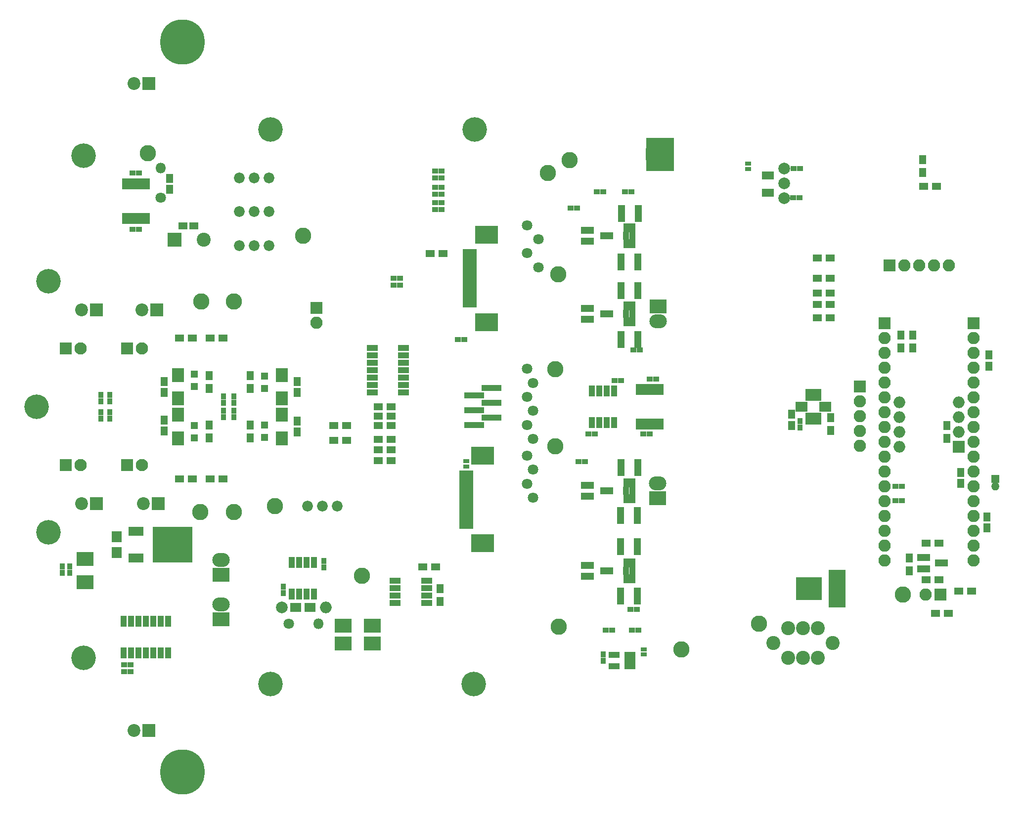
<source format=gbs>
G04 #@! TF.FileFunction,Soldermask,Bot*
%FSLAX46Y46*%
G04 Gerber Fmt 4.6, Leading zero omitted, Abs format (unit mm)*
G04 Created by KiCad (PCBNEW 4.0.7) date 06/22/19 18:16:55*
%MOMM*%
%LPD*%
G01*
G04 APERTURE LIST*
%ADD10C,0.100000*%
%ADD11C,1.840000*%
%ADD12R,3.000000X2.400000*%
%ADD13O,3.000000X2.400000*%
%ADD14R,2.400000X2.400000*%
%ADD15C,2.400000*%
%ADD16R,1.950000X1.000000*%
%ADD17R,2.100000X2.100000*%
%ADD18O,2.100000X2.100000*%
%ADD19R,2.200000X1.200000*%
%ADD20R,0.850000X1.850000*%
%ADD21R,2.900000X2.400000*%
%ADD22R,1.150000X1.600000*%
%ADD23R,2.000000X2.400000*%
%ADD24R,1.900000X1.650000*%
%ADD25C,2.000000*%
%ADD26O,2.000000X2.000000*%
%ADD27R,1.600000X1.150000*%
%ADD28C,2.100000*%
%ADD29R,2.200000X2.200000*%
%ADD30C,2.200000*%
%ADD31R,1.300000X1.200000*%
%ADD32R,2.000000X1.400000*%
%ADD33C,2.800000*%
%ADD34R,3.400000X1.050000*%
%ADD35R,2.400000X1.010000*%
%ADD36R,4.000000X3.080000*%
%ADD37R,2.900000X6.400000*%
%ADD38R,4.400000X3.900000*%
%ADD39R,2.600000X1.600000*%
%ADD40R,6.800000X6.200000*%
%ADD41R,2.300000X1.200000*%
%ADD42R,0.800000X1.650000*%
%ADD43R,1.100000X1.400000*%
%ADD44R,1.600000X1.300000*%
%ADD45R,1.300000X1.600000*%
%ADD46R,1.300000X2.900000*%
%ADD47R,1.000000X1.900000*%
%ADD48O,7.700000X7.700000*%
%ADD49R,2.000000X2.000000*%
%ADD50R,1.000000X1.950000*%
%ADD51R,0.700000X2.000000*%
%ADD52R,2.000000X0.700000*%
%ADD53R,1.000000X0.900000*%
%ADD54R,0.900000X1.000000*%
%ADD55R,2.900000X2.350000*%
%ADD56R,1.700000X1.900000*%
%ADD57R,1.400000X1.400000*%
%ADD58O,1.400000X1.400000*%
%ADD59C,1.800000*%
%ADD60O,1.800000X1.800000*%
%ADD61R,1.000000X0.800000*%
%ADD62R,1.900000X1.000000*%
%ADD63R,1.960000X1.050000*%
%ADD64R,0.650000X1.950000*%
%ADD65R,1.500000X1.230000*%
%ADD66C,4.200000*%
G04 APERTURE END LIST*
D10*
D11*
X111400000Y-117000000D03*
X113940000Y-117000000D03*
X116480000Y-117000000D03*
D12*
X171400000Y-82800000D03*
D13*
X171400000Y-85340000D03*
D14*
X88600000Y-71400000D03*
D15*
X93600000Y-71400000D03*
D16*
X131800000Y-129795000D03*
X131800000Y-131065000D03*
X131800000Y-132335000D03*
X131800000Y-133605000D03*
X126400000Y-133605000D03*
X126400000Y-132335000D03*
X126400000Y-131065000D03*
X126400000Y-129795000D03*
D17*
X210185000Y-85725000D03*
D18*
X210185000Y-88265000D03*
X210185000Y-90805000D03*
X210185000Y-93345000D03*
X210185000Y-95885000D03*
X210185000Y-98425000D03*
X210185000Y-100965000D03*
X210185000Y-103505000D03*
X210185000Y-106045000D03*
X210185000Y-108585000D03*
X210185000Y-111125000D03*
X210185000Y-113665000D03*
X210185000Y-116205000D03*
X210185000Y-118745000D03*
X210185000Y-121285000D03*
X210185000Y-123825000D03*
X210185000Y-126365000D03*
D17*
X225425000Y-85725000D03*
D18*
X225425000Y-88265000D03*
X225425000Y-90805000D03*
X225425000Y-93345000D03*
X225425000Y-95885000D03*
X225425000Y-98425000D03*
X225425000Y-100965000D03*
X225425000Y-103505000D03*
X225425000Y-106045000D03*
X225425000Y-108585000D03*
X225425000Y-111125000D03*
X225425000Y-113665000D03*
X225425000Y-116205000D03*
X225425000Y-118745000D03*
X225425000Y-121285000D03*
X225425000Y-123825000D03*
X225425000Y-126365000D03*
D19*
X159350000Y-85050000D03*
X159350000Y-83150000D03*
X162650000Y-84100000D03*
D20*
X168050000Y-97050000D03*
X168700000Y-97050000D03*
X169350000Y-97050000D03*
X170000000Y-97050000D03*
X170650000Y-97050000D03*
X171300000Y-97050000D03*
X171950000Y-97050000D03*
X171950000Y-102950000D03*
X171300000Y-102950000D03*
X170650000Y-102950000D03*
X170000000Y-102950000D03*
X169350000Y-102950000D03*
X168700000Y-102950000D03*
X168050000Y-102950000D03*
D21*
X73300000Y-126100000D03*
X73300000Y-130100000D03*
D22*
X86800000Y-104150000D03*
X86800000Y-102250000D03*
D23*
X89200000Y-105400000D03*
X89200000Y-101400000D03*
D22*
X109600000Y-104350000D03*
X109600000Y-102450000D03*
D23*
X107000000Y-105400000D03*
X107000000Y-101400000D03*
D22*
X109600000Y-95650000D03*
X109600000Y-97550000D03*
X86800000Y-95650000D03*
X86800000Y-97550000D03*
D23*
X107000000Y-94600000D03*
X107000000Y-98600000D03*
X89200000Y-94600000D03*
X89200000Y-98600000D03*
D24*
X109350000Y-134400000D03*
X111850000Y-134400000D03*
D25*
X107000000Y-134400000D03*
D26*
X114500000Y-134400000D03*
D27*
X90050000Y-69000000D03*
X91950000Y-69000000D03*
D22*
X87800000Y-62750000D03*
X87800000Y-60850000D03*
D28*
X72560000Y-110000000D03*
D17*
X70000000Y-110000000D03*
D28*
X83060000Y-110000000D03*
D17*
X80500000Y-110000000D03*
D29*
X75200000Y-116600000D03*
D30*
X72660000Y-116600000D03*
D29*
X75200000Y-83400000D03*
D30*
X72660000Y-83400000D03*
D29*
X85600000Y-83400000D03*
D30*
X83060000Y-83400000D03*
D28*
X83060000Y-90000000D03*
D17*
X80500000Y-90000000D03*
D29*
X85800000Y-116600000D03*
D30*
X83260000Y-116600000D03*
D28*
X72560000Y-90000000D03*
D17*
X70000000Y-90000000D03*
D29*
X84200000Y-155500000D03*
D30*
X81660000Y-155500000D03*
D29*
X84200000Y-44600000D03*
D30*
X81660000Y-44600000D03*
D31*
X92000000Y-105300000D03*
X92000000Y-103200000D03*
X104000000Y-103150000D03*
X104000000Y-105250000D03*
X104000000Y-96850000D03*
X104000000Y-94750000D03*
X92000000Y-94450000D03*
X92000000Y-96550000D03*
D32*
X190250000Y-63350000D03*
X190250000Y-60350000D03*
D25*
X192975000Y-59185000D03*
X192975000Y-61725000D03*
X192975000Y-64265000D03*
D12*
X96550000Y-128800000D03*
D13*
X96550000Y-126260000D03*
D12*
X96550000Y-136400000D03*
D13*
X96550000Y-133860000D03*
D33*
X93000000Y-118000000D03*
X98800000Y-118000000D03*
X93200000Y-82000000D03*
X98800000Y-82000000D03*
X105800000Y-117000000D03*
X84000000Y-56600000D03*
D34*
X142900000Y-96825000D03*
X142900000Y-99365000D03*
X142900000Y-101905000D03*
X139900000Y-98095000D03*
X139900000Y-100635000D03*
X139900000Y-103175000D03*
D35*
X139200000Y-73500000D03*
X139200000Y-74500000D03*
X139200000Y-75500000D03*
X139200000Y-76500000D03*
X139200000Y-77500000D03*
X139200000Y-78500000D03*
X139200000Y-79500000D03*
X139200000Y-80500000D03*
X139200000Y-81500000D03*
X139200000Y-82500000D03*
D36*
X142000000Y-70510000D03*
X142000000Y-85490000D03*
D37*
X202050000Y-131200000D03*
D38*
X197264000Y-131200000D03*
D33*
X175400000Y-141600000D03*
X188700000Y-137200000D03*
X154300000Y-77300000D03*
X154400000Y-137700000D03*
X156250000Y-57750000D03*
X152500000Y-60000000D03*
D17*
X211000000Y-75750000D03*
D18*
X213540000Y-75750000D03*
X216080000Y-75750000D03*
X218620000Y-75750000D03*
X221160000Y-75750000D03*
D33*
X213300000Y-132200000D03*
D17*
X219800000Y-132200000D03*
D18*
X217260000Y-132200000D03*
D33*
X153800000Y-93600000D03*
D39*
X82000000Y-125880000D03*
X82000000Y-121320000D03*
D40*
X88300000Y-123600000D03*
D41*
X216900000Y-127750000D03*
X216900000Y-125850000D03*
X219900000Y-126800000D03*
D19*
X159350000Y-71650000D03*
X159350000Y-69750000D03*
X162650000Y-70700000D03*
D42*
X166500000Y-69350000D03*
X167150000Y-69350000D03*
X167150000Y-72050000D03*
X166500000Y-72050000D03*
X165850000Y-72050000D03*
X165850000Y-69350000D03*
D43*
X165950000Y-70700000D03*
X167050000Y-70700000D03*
D19*
X159350000Y-129050000D03*
X159350000Y-127150000D03*
X162650000Y-128100000D03*
D42*
X166500000Y-82750000D03*
X167150000Y-82750000D03*
X167150000Y-85450000D03*
X166500000Y-85450000D03*
X165850000Y-85450000D03*
X165850000Y-82750000D03*
D43*
X165950000Y-84100000D03*
X167050000Y-84100000D03*
D42*
X166500000Y-126750000D03*
X167150000Y-126750000D03*
X167150000Y-129450000D03*
X166500000Y-129450000D03*
X165850000Y-129450000D03*
X165850000Y-126750000D03*
D43*
X165950000Y-128100000D03*
X167050000Y-128100000D03*
D19*
X159350000Y-115350000D03*
X159350000Y-113450000D03*
X162650000Y-114400000D03*
D42*
X166500000Y-113050000D03*
X167150000Y-113050000D03*
X167150000Y-115750000D03*
X166500000Y-115750000D03*
X165850000Y-115750000D03*
X165850000Y-113050000D03*
D43*
X165950000Y-114400000D03*
X167050000Y-114400000D03*
D44*
X118100000Y-103200000D03*
X115900000Y-103200000D03*
X118100000Y-105800000D03*
X115900000Y-105800000D03*
D45*
X101600000Y-103100000D03*
X101600000Y-105300000D03*
D44*
X125700000Y-109200000D03*
X123500000Y-109200000D03*
X125700000Y-107400000D03*
X123500000Y-107400000D03*
X125700000Y-105600000D03*
X123500000Y-105600000D03*
X125700000Y-100000000D03*
X123500000Y-100000000D03*
X125700000Y-103200000D03*
X123500000Y-103200000D03*
X125700000Y-101600000D03*
X123500000Y-101600000D03*
X89500000Y-112400000D03*
X91700000Y-112400000D03*
X94700000Y-112400000D03*
X96900000Y-112400000D03*
D45*
X101600000Y-96900000D03*
X101600000Y-94700000D03*
X94500000Y-96850000D03*
X94500000Y-94650000D03*
D44*
X91700000Y-88200000D03*
X89500000Y-88200000D03*
X134600000Y-73800000D03*
X132400000Y-73800000D03*
X96900000Y-88200000D03*
X94700000Y-88200000D03*
X198650000Y-74500000D03*
X200850000Y-74500000D03*
X198650000Y-78000000D03*
X200850000Y-78000000D03*
X198650000Y-80500000D03*
X200850000Y-80500000D03*
X200850000Y-82500000D03*
X198650000Y-82500000D03*
D45*
X134100000Y-133400000D03*
X134100000Y-131200000D03*
X213000000Y-87700000D03*
X213000000Y-89900000D03*
X215000000Y-87700000D03*
X215000000Y-89900000D03*
D44*
X216900000Y-62250000D03*
X219100000Y-62250000D03*
D45*
X216750000Y-57650000D03*
X216750000Y-59850000D03*
X201000000Y-101900000D03*
X201000000Y-104100000D03*
X220900000Y-105400000D03*
X220900000Y-103200000D03*
X214400000Y-125900000D03*
X214400000Y-128100000D03*
D44*
X219500000Y-123400000D03*
X217300000Y-123400000D03*
X219500000Y-129600000D03*
X217300000Y-129600000D03*
D46*
X165150000Y-66900000D03*
X168050000Y-66900000D03*
X167950000Y-75200000D03*
X165050000Y-75200000D03*
X165050000Y-80100000D03*
X167950000Y-80100000D03*
X167950000Y-88500000D03*
X165050000Y-88500000D03*
X164950000Y-124000000D03*
X167850000Y-124000000D03*
X165050000Y-110400000D03*
X167950000Y-110400000D03*
D15*
X198740000Y-143040000D03*
X196200000Y-143040000D03*
X193660000Y-143040000D03*
X198740000Y-137960000D03*
X196200000Y-137960000D03*
X193660000Y-137960000D03*
X201280000Y-140500000D03*
X191120000Y-140500000D03*
D47*
X79890000Y-136750000D03*
X81160000Y-136750000D03*
X82430000Y-136750000D03*
X83700000Y-136750000D03*
X84970000Y-136750000D03*
X86240000Y-136750000D03*
X87510000Y-136750000D03*
X87510000Y-142150000D03*
X86240000Y-142150000D03*
X84970000Y-142150000D03*
X83700000Y-142150000D03*
X82430000Y-142150000D03*
X81160000Y-142150000D03*
X79890000Y-142150000D03*
D48*
X90000000Y-37500000D03*
D49*
X222900000Y-106900000D03*
D26*
X212740000Y-99280000D03*
X222900000Y-104360000D03*
X212740000Y-101820000D03*
X222900000Y-101820000D03*
X212740000Y-104360000D03*
X222900000Y-99280000D03*
X212740000Y-106900000D03*
D50*
X160095000Y-97300000D03*
X161365000Y-97300000D03*
X162635000Y-97300000D03*
X163905000Y-97300000D03*
X163905000Y-102700000D03*
X162635000Y-102700000D03*
X161365000Y-102700000D03*
X160095000Y-102700000D03*
D11*
X104800000Y-60800000D03*
X102260000Y-60800000D03*
X99720000Y-60800000D03*
X104800000Y-66600000D03*
X102260000Y-66600000D03*
X99720000Y-66600000D03*
X104800000Y-72400000D03*
X102260000Y-72400000D03*
X99720000Y-72400000D03*
D51*
X197000000Y-98000000D03*
X197500000Y-98000000D03*
X198000000Y-98000000D03*
X198500000Y-98000000D03*
X199000000Y-98000000D03*
D52*
X200000000Y-99500000D03*
X200000000Y-100000000D03*
X200000000Y-100500000D03*
D51*
X199000000Y-102000000D03*
X198500000Y-102000000D03*
X198000000Y-102000000D03*
X197500000Y-102000000D03*
X197000000Y-102000000D03*
D52*
X196000000Y-100500000D03*
X196000000Y-100000000D03*
X196000000Y-99500000D03*
D53*
X79950000Y-145400000D03*
X81050000Y-145400000D03*
X79950000Y-144200000D03*
X81050000Y-144200000D03*
D54*
X70700000Y-127350000D03*
X70700000Y-128450000D03*
X69400000Y-127350000D03*
X69400000Y-128450000D03*
X76000000Y-102050000D03*
X76000000Y-100950000D03*
X76000000Y-99050000D03*
X76000000Y-97950000D03*
X77500000Y-102050000D03*
X77500000Y-100950000D03*
X77500000Y-99050000D03*
X77500000Y-97950000D03*
D53*
X82550000Y-60000000D03*
X81450000Y-60000000D03*
X82550000Y-69600000D03*
X81450000Y-69600000D03*
D54*
X107200000Y-131950000D03*
X107200000Y-130850000D03*
X114200000Y-127550000D03*
X114200000Y-126450000D03*
D53*
X126150000Y-79200000D03*
X127250000Y-79200000D03*
X127250000Y-78000000D03*
X126150000Y-78000000D03*
D54*
X97000000Y-101750000D03*
X97000000Y-100650000D03*
X97000000Y-99350000D03*
X97000000Y-98250000D03*
X98800000Y-101750000D03*
X98800000Y-100650000D03*
X98800000Y-99350000D03*
X98800000Y-98250000D03*
D53*
X134350000Y-63600000D03*
X133250000Y-63600000D03*
X133250000Y-66200000D03*
X134350000Y-66200000D03*
X134350000Y-62400000D03*
X133250000Y-62400000D03*
X133250000Y-65000000D03*
X134350000Y-65000000D03*
X138250000Y-88500000D03*
X137150000Y-88500000D03*
X134350000Y-59600000D03*
X133250000Y-59600000D03*
X134350000Y-60800000D03*
X133250000Y-60800000D03*
X162450000Y-138250000D03*
X163550000Y-138250000D03*
X166950000Y-138250000D03*
X168050000Y-138250000D03*
X169950000Y-95300000D03*
X171050000Y-95300000D03*
X168850000Y-104700000D03*
X169950000Y-104700000D03*
X160950000Y-63200000D03*
X162050000Y-63200000D03*
X165750000Y-63200000D03*
X166850000Y-63200000D03*
X157750000Y-109400000D03*
X158850000Y-109400000D03*
X166650000Y-134700000D03*
X167750000Y-134700000D03*
X156450000Y-65950000D03*
X157550000Y-65950000D03*
X167150000Y-90300000D03*
X168250000Y-90300000D03*
D35*
X138600000Y-111400000D03*
X138600000Y-112400000D03*
X138600000Y-113400000D03*
X138600000Y-114400000D03*
X138600000Y-115400000D03*
X138600000Y-116400000D03*
X138600000Y-117400000D03*
X138600000Y-118400000D03*
X138600000Y-119400000D03*
X138600000Y-120400000D03*
D36*
X141400000Y-108410000D03*
X141400000Y-123390000D03*
D44*
X225100000Y-131600000D03*
X222900000Y-131600000D03*
X221100000Y-135400000D03*
X218900000Y-135400000D03*
D55*
X117500000Y-140525000D03*
X117500000Y-137475000D03*
X122500000Y-137475000D03*
X122500000Y-140525000D03*
D56*
X78700000Y-122250000D03*
X78700000Y-124950000D03*
D22*
X194250000Y-101300000D03*
X194250000Y-103200000D03*
D33*
X153800000Y-106800000D03*
D57*
X229200000Y-112400000D03*
D58*
X229200000Y-113670000D03*
D45*
X94500000Y-103150000D03*
X94500000Y-105350000D03*
D44*
X198650000Y-84750000D03*
X200850000Y-84750000D03*
D54*
X162000000Y-142450000D03*
X162000000Y-143550000D03*
D53*
X194550000Y-64200000D03*
X195650000Y-64200000D03*
X194650000Y-59200000D03*
X195750000Y-59200000D03*
X212050000Y-116100000D03*
X213150000Y-116100000D03*
D22*
X227700000Y-118850000D03*
X227700000Y-120750000D03*
D54*
X195750000Y-102450000D03*
X195750000Y-103550000D03*
D22*
X223200000Y-111250000D03*
X223200000Y-113150000D03*
D53*
X212050000Y-113600000D03*
X213150000Y-113600000D03*
D22*
X228100000Y-91150000D03*
X228100000Y-93050000D03*
D53*
X159450000Y-104700000D03*
X160550000Y-104700000D03*
X165050000Y-95500000D03*
X163950000Y-95500000D03*
D17*
X206000000Y-96550000D03*
D18*
X206000000Y-99090000D03*
X206000000Y-101630000D03*
X206000000Y-104170000D03*
X206000000Y-106710000D03*
D12*
X171300000Y-115700000D03*
D13*
X171300000Y-113160000D03*
D59*
X108200000Y-137200000D03*
D60*
X113280000Y-137200000D03*
D59*
X86200000Y-64200000D03*
D60*
X86200000Y-59120000D03*
D61*
X138600000Y-109350000D03*
X138600000Y-110250000D03*
D44*
X133300000Y-127400000D03*
X131100000Y-127400000D03*
D61*
X186800000Y-58350000D03*
X186800000Y-59250000D03*
X169000000Y-141550000D03*
X169000000Y-142450000D03*
D46*
X167850000Y-132400000D03*
X164950000Y-132400000D03*
X167850000Y-118600000D03*
X164950000Y-118600000D03*
D48*
X90000000Y-162600000D03*
D62*
X127850000Y-89940000D03*
X127850000Y-91210000D03*
X127850000Y-92480000D03*
X127850000Y-93750000D03*
X127850000Y-95020000D03*
X127850000Y-96290000D03*
X127850000Y-97560000D03*
X122450000Y-97560000D03*
X122450000Y-96290000D03*
X122450000Y-95020000D03*
X122450000Y-93750000D03*
X122450000Y-92480000D03*
X122450000Y-91210000D03*
X122450000Y-89940000D03*
D50*
X108695000Y-126700000D03*
X109965000Y-126700000D03*
X111235000Y-126700000D03*
X112505000Y-126700000D03*
X112505000Y-132100000D03*
X111235000Y-132100000D03*
X109965000Y-132100000D03*
X108695000Y-132100000D03*
D20*
X80050000Y-61850000D03*
X80700000Y-61850000D03*
X81350000Y-61850000D03*
X82000000Y-61850000D03*
X82650000Y-61850000D03*
X83300000Y-61850000D03*
X83950000Y-61850000D03*
X83950000Y-67750000D03*
X83300000Y-67750000D03*
X82650000Y-67750000D03*
X82000000Y-67750000D03*
X81350000Y-67750000D03*
X80700000Y-67750000D03*
X80050000Y-67750000D03*
D63*
X166600000Y-142550000D03*
X166600000Y-143500000D03*
X166600000Y-144450000D03*
X163900000Y-144450000D03*
X163900000Y-142550000D03*
D64*
X169750000Y-54850000D03*
X170250000Y-54850000D03*
X170750000Y-54850000D03*
X171250000Y-54850000D03*
X171750000Y-54850000D03*
X172250000Y-54850000D03*
X172750000Y-54850000D03*
X173250000Y-54850000D03*
X173750000Y-54850000D03*
X173750000Y-58650000D03*
X173250000Y-58650000D03*
X172750000Y-58650000D03*
X172250000Y-58650000D03*
X171750000Y-58650000D03*
X171250000Y-58650000D03*
X170750000Y-58650000D03*
X170250000Y-58650000D03*
X169750000Y-58650000D03*
D65*
X173400000Y-57165000D03*
X172300000Y-57165000D03*
X171200000Y-57165000D03*
X170100000Y-57165000D03*
X173400000Y-56335000D03*
X172300000Y-56335000D03*
X171200000Y-56335000D03*
X170100000Y-56335000D03*
D66*
X67000000Y-121500000D03*
X67000000Y-78500000D03*
X73000000Y-57000000D03*
X73000000Y-143000000D03*
X139800000Y-147500000D03*
X140000000Y-52500000D03*
X105000000Y-147500000D03*
X105000000Y-52500000D03*
X65000000Y-100000000D03*
D59*
X149000000Y-98300000D03*
X150000000Y-95900000D03*
X150000000Y-110800000D03*
X149000000Y-73700000D03*
X149000000Y-108400000D03*
X150900000Y-71300000D03*
X149000000Y-113200000D03*
X149000000Y-93500000D03*
X150000000Y-105500000D03*
X150000000Y-100700000D03*
X150000000Y-115600000D03*
X149000000Y-103100000D03*
D33*
X120700000Y-129000000D03*
X110600000Y-70750000D03*
D59*
X149000000Y-68900000D03*
X150900000Y-76100000D03*
D17*
X112900000Y-83100000D03*
D18*
X112900000Y-85640000D03*
M02*

</source>
